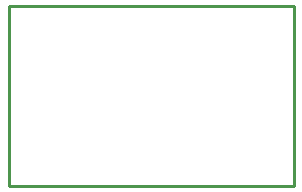
<source format=gko>
G75*
G70*
%OFA0B0*%
%FSLAX24Y24*%
%IPPOS*%
%LPD*%
%AMOC8*
5,1,8,0,0,1.08239X$1,22.5*
%
%ADD10C,0.0100*%
D10*
X010971Y001975D02*
X001471Y001975D01*
X001471Y007975D01*
X010971Y007975D01*
X010971Y001975D01*
M02*

</source>
